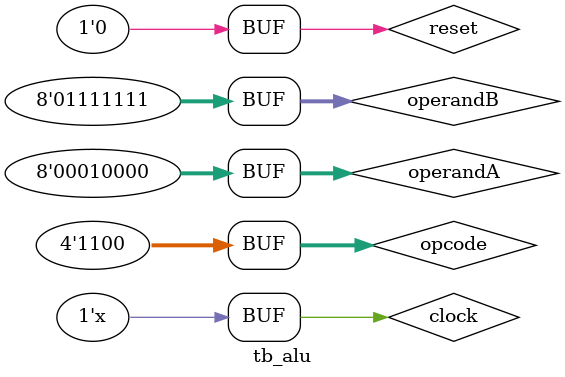
<source format=v>
`timescale 1ns / 1ps

module tb_alu();

    // Inputs
     reg[7:0] operandA, operandB;
     reg[3:0] opcode;
     reg clock, reset;
     
     // Outputs
     wire[7:0] result;
     wire exception, zero, carry, overflow, negative, done;
     
     alu dut (    
        .i_clock(clock),
        .i_reset(reset),
        .i_operandA(operandA),
        .i_operandB(operandB),
        .i_opcode(opcode),
        .o_result(result),
        .o_zero(zero),
        .o_carry(carry),
        .o_overflow(overflow),
        .o_negative(negative),
        .o_exception(exception),
        .o_done(done)
);
                    
        initial begin
            clock = 0;
            operandA = 0;
            operandB = 0;
            opcode = 0;
            #5 reset = 1;
            #5 reset = 0;
        end
                 
        always  
                begin
                    #5 clock = ~clock;
                end
  
        initial begin
              // Suma
            #10 
            operandA = 4;
            operandB = 5;
            opcode = 4'b1000;
            #1
            // Resta
            //reset = 1;
            //#10 reset = 0;
            operandA = -10;
            operandB = 128;
            opcode = 4'b1010;
            #1
            // And
            operandA = 16;
            operandB = 127;
            opcode = 4'b1100;
            /*
             // Or
            reset = 1;
            #10 reset = 0;
            #10 operand = 128;
            #10 enter = 1;
            #10 enter = 0;
            #10 operand = 128;
            #10 enter = 1;
            #10 enter = 0;
            #10 operand = 4'b1101;
            #10 enter = 1;
            #10 enter = 0;
            #50
             // XOR
            reset = 1;
            #10 reset = 0;
            #10 operand = 8'b00001111;
            #10 enter = 1;
            #10 enter = 0;
            #10 operand = 8'b00011111;
            #10 enter = 1;
            #10 enter = 0;
            #10 opcode = 4'b1110;
            #10 enter = 1;
            #10 enter = 0;
            #50
             // SRA
            reset = 1;
            #10 reset = 0;
            #10 operand = 8'b10001111;
            #10 enter = 1;
            #10 enter = 0;
            #10 operand = 0;
            #10 enter = 1;
            #10 enter = 0;
            #10 operand = 4'b0011;
            #10 enter = 1;
            #10 enter = 0;
            #50
            // SRA
            reset = 1;
            #10 reset = 0;
            #10 operand = 8'b10001111;
            #10 enter = 1;
            #10 enter = 0;
            #10 operand = 0;
            #10 enter = 1;
            #10 enter = 0;
            #10 operand = 4'b0010;
            #10 enter = 1;
            #10 enter = 0;
            */
            
        end
    
    
endmodule

</source>
